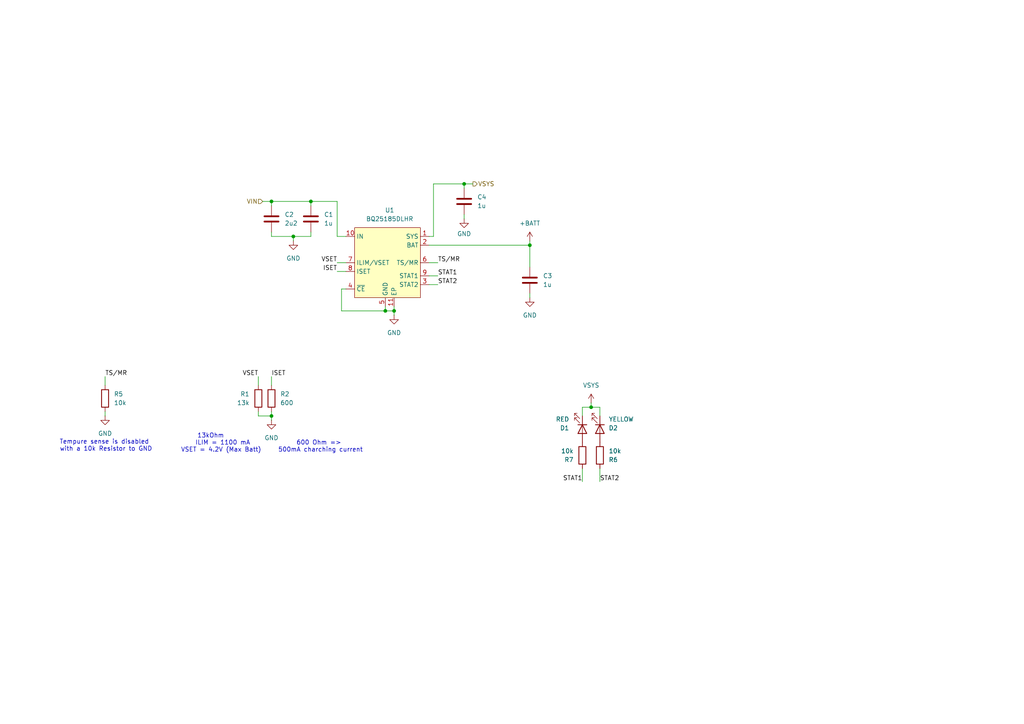
<source format=kicad_sch>
(kicad_sch
	(version 20250114)
	(generator "eeschema")
	(generator_version "9.0")
	(uuid "13779daa-048e-4e21-a6bd-fc1210324826")
	(paper "A4")
	(lib_symbols
		(symbol "Device:C"
			(pin_numbers
				(hide yes)
			)
			(pin_names
				(offset 0.254)
			)
			(exclude_from_sim no)
			(in_bom yes)
			(on_board yes)
			(property "Reference" "C"
				(at 0.635 2.54 0)
				(effects
					(font
						(size 1.27 1.27)
					)
					(justify left)
				)
			)
			(property "Value" "C"
				(at 0.635 -2.54 0)
				(effects
					(font
						(size 1.27 1.27)
					)
					(justify left)
				)
			)
			(property "Footprint" ""
				(at 0.9652 -3.81 0)
				(effects
					(font
						(size 1.27 1.27)
					)
					(hide yes)
				)
			)
			(property "Datasheet" "~"
				(at 0 0 0)
				(effects
					(font
						(size 1.27 1.27)
					)
					(hide yes)
				)
			)
			(property "Description" "Unpolarized capacitor"
				(at 0 0 0)
				(effects
					(font
						(size 1.27 1.27)
					)
					(hide yes)
				)
			)
			(property "ki_keywords" "cap capacitor"
				(at 0 0 0)
				(effects
					(font
						(size 1.27 1.27)
					)
					(hide yes)
				)
			)
			(property "ki_fp_filters" "C_*"
				(at 0 0 0)
				(effects
					(font
						(size 1.27 1.27)
					)
					(hide yes)
				)
			)
			(symbol "C_0_1"
				(polyline
					(pts
						(xy -2.032 0.762) (xy 2.032 0.762)
					)
					(stroke
						(width 0.508)
						(type default)
					)
					(fill
						(type none)
					)
				)
				(polyline
					(pts
						(xy -2.032 -0.762) (xy 2.032 -0.762)
					)
					(stroke
						(width 0.508)
						(type default)
					)
					(fill
						(type none)
					)
				)
			)
			(symbol "C_1_1"
				(pin passive line
					(at 0 3.81 270)
					(length 2.794)
					(name "~"
						(effects
							(font
								(size 1.27 1.27)
							)
						)
					)
					(number "1"
						(effects
							(font
								(size 1.27 1.27)
							)
						)
					)
				)
				(pin passive line
					(at 0 -3.81 90)
					(length 2.794)
					(name "~"
						(effects
							(font
								(size 1.27 1.27)
							)
						)
					)
					(number "2"
						(effects
							(font
								(size 1.27 1.27)
							)
						)
					)
				)
			)
			(embedded_fonts no)
		)
		(symbol "Device:LED"
			(pin_numbers
				(hide yes)
			)
			(pin_names
				(offset 1.016)
				(hide yes)
			)
			(exclude_from_sim no)
			(in_bom yes)
			(on_board yes)
			(property "Reference" "D"
				(at 0 2.54 0)
				(effects
					(font
						(size 1.27 1.27)
					)
				)
			)
			(property "Value" "LED"
				(at 0 -2.54 0)
				(effects
					(font
						(size 1.27 1.27)
					)
				)
			)
			(property "Footprint" ""
				(at 0 0 0)
				(effects
					(font
						(size 1.27 1.27)
					)
					(hide yes)
				)
			)
			(property "Datasheet" "~"
				(at 0 0 0)
				(effects
					(font
						(size 1.27 1.27)
					)
					(hide yes)
				)
			)
			(property "Description" "Light emitting diode"
				(at 0 0 0)
				(effects
					(font
						(size 1.27 1.27)
					)
					(hide yes)
				)
			)
			(property "Sim.Pins" "1=K 2=A"
				(at 0 0 0)
				(effects
					(font
						(size 1.27 1.27)
					)
					(hide yes)
				)
			)
			(property "ki_keywords" "LED diode"
				(at 0 0 0)
				(effects
					(font
						(size 1.27 1.27)
					)
					(hide yes)
				)
			)
			(property "ki_fp_filters" "LED* LED_SMD:* LED_THT:*"
				(at 0 0 0)
				(effects
					(font
						(size 1.27 1.27)
					)
					(hide yes)
				)
			)
			(symbol "LED_0_1"
				(polyline
					(pts
						(xy -3.048 -0.762) (xy -4.572 -2.286) (xy -3.81 -2.286) (xy -4.572 -2.286) (xy -4.572 -1.524)
					)
					(stroke
						(width 0)
						(type default)
					)
					(fill
						(type none)
					)
				)
				(polyline
					(pts
						(xy -1.778 -0.762) (xy -3.302 -2.286) (xy -2.54 -2.286) (xy -3.302 -2.286) (xy -3.302 -1.524)
					)
					(stroke
						(width 0)
						(type default)
					)
					(fill
						(type none)
					)
				)
				(polyline
					(pts
						(xy -1.27 0) (xy 1.27 0)
					)
					(stroke
						(width 0)
						(type default)
					)
					(fill
						(type none)
					)
				)
				(polyline
					(pts
						(xy -1.27 -1.27) (xy -1.27 1.27)
					)
					(stroke
						(width 0.254)
						(type default)
					)
					(fill
						(type none)
					)
				)
				(polyline
					(pts
						(xy 1.27 -1.27) (xy 1.27 1.27) (xy -1.27 0) (xy 1.27 -1.27)
					)
					(stroke
						(width 0.254)
						(type default)
					)
					(fill
						(type none)
					)
				)
			)
			(symbol "LED_1_1"
				(pin passive line
					(at -3.81 0 0)
					(length 2.54)
					(name "K"
						(effects
							(font
								(size 1.27 1.27)
							)
						)
					)
					(number "1"
						(effects
							(font
								(size 1.27 1.27)
							)
						)
					)
				)
				(pin passive line
					(at 3.81 0 180)
					(length 2.54)
					(name "A"
						(effects
							(font
								(size 1.27 1.27)
							)
						)
					)
					(number "2"
						(effects
							(font
								(size 1.27 1.27)
							)
						)
					)
				)
			)
			(embedded_fonts no)
		)
		(symbol "Device:R"
			(pin_numbers
				(hide yes)
			)
			(pin_names
				(offset 0)
			)
			(exclude_from_sim no)
			(in_bom yes)
			(on_board yes)
			(property "Reference" "R"
				(at 2.032 0 90)
				(effects
					(font
						(size 1.27 1.27)
					)
				)
			)
			(property "Value" "R"
				(at 0 0 90)
				(effects
					(font
						(size 1.27 1.27)
					)
				)
			)
			(property "Footprint" ""
				(at -1.778 0 90)
				(effects
					(font
						(size 1.27 1.27)
					)
					(hide yes)
				)
			)
			(property "Datasheet" "~"
				(at 0 0 0)
				(effects
					(font
						(size 1.27 1.27)
					)
					(hide yes)
				)
			)
			(property "Description" "Resistor"
				(at 0 0 0)
				(effects
					(font
						(size 1.27 1.27)
					)
					(hide yes)
				)
			)
			(property "ki_keywords" "R res resistor"
				(at 0 0 0)
				(effects
					(font
						(size 1.27 1.27)
					)
					(hide yes)
				)
			)
			(property "ki_fp_filters" "R_*"
				(at 0 0 0)
				(effects
					(font
						(size 1.27 1.27)
					)
					(hide yes)
				)
			)
			(symbol "R_0_1"
				(rectangle
					(start -1.016 -2.54)
					(end 1.016 2.54)
					(stroke
						(width 0.254)
						(type default)
					)
					(fill
						(type none)
					)
				)
			)
			(symbol "R_1_1"
				(pin passive line
					(at 0 3.81 270)
					(length 1.27)
					(name "~"
						(effects
							(font
								(size 1.27 1.27)
							)
						)
					)
					(number "1"
						(effects
							(font
								(size 1.27 1.27)
							)
						)
					)
				)
				(pin passive line
					(at 0 -3.81 90)
					(length 1.27)
					(name "~"
						(effects
							(font
								(size 1.27 1.27)
							)
						)
					)
					(number "2"
						(effects
							(font
								(size 1.27 1.27)
							)
						)
					)
				)
			)
			(embedded_fonts no)
		)
		(symbol "EasyCAD:BQ25185DLHR"
			(exclude_from_sim no)
			(in_bom yes)
			(on_board yes)
			(property "Reference" "U"
				(at 0 10.16 0)
				(effects
					(font
						(size 1.27 1.27)
					)
				)
			)
			(property "Value" "BQ25185DLHR"
				(at 0 8.382 0)
				(effects
					(font
						(size 1.27 1.27)
					)
					(hide yes)
				)
			)
			(property "Footprint" "EasyEDA:WSON-10_L2.2-W2.0-P0.40-BL-EP_TI_DLH0010A"
				(at 0 -17.78 0)
				(effects
					(font
						(size 1.27 1.27)
					)
					(hide yes)
				)
			)
			(property "Datasheet" ""
				(at 0 0 0)
				(effects
					(font
						(size 1.27 1.27)
					)
					(hide yes)
				)
			)
			(property "Description" ""
				(at 0 0 0)
				(effects
					(font
						(size 1.27 1.27)
					)
					(hide yes)
				)
			)
			(property "LCSC Part" "C19725033"
				(at 0 -20.32 0)
				(effects
					(font
						(size 1.27 1.27)
					)
					(hide yes)
				)
			)
			(symbol "BQ25185DLHR_0_1"
				(pin unspecified line
					(at -12.7 5.08 0)
					(length 2.54)
					(name "IN"
						(effects
							(font
								(size 1.27 1.27)
							)
						)
					)
					(number "10"
						(effects
							(font
								(size 1.27 1.27)
							)
						)
					)
				)
				(pin unspecified line
					(at -12.7 -2.54 0)
					(length 2.54)
					(name "ILIM/VSET"
						(effects
							(font
								(size 1.27 1.27)
							)
						)
					)
					(number "7"
						(effects
							(font
								(size 1.27 1.27)
							)
						)
					)
				)
				(pin unspecified line
					(at -12.7 -5.08 0)
					(length 2.54)
					(name "ISET"
						(effects
							(font
								(size 1.27 1.27)
							)
						)
					)
					(number "8"
						(effects
							(font
								(size 1.27 1.27)
							)
						)
					)
				)
				(pin unspecified line
					(at -12.7 -10.16 0)
					(length 2.54)
					(name "~{CE}"
						(effects
							(font
								(size 1.27 1.27)
							)
						)
					)
					(number "4"
						(effects
							(font
								(size 1.27 1.27)
							)
						)
					)
				)
				(pin unspecified line
					(at -1.27 -15.24 90)
					(length 2.54)
					(name "GND"
						(effects
							(font
								(size 1.27 1.27)
							)
						)
					)
					(number "5"
						(effects
							(font
								(size 1.27 1.27)
							)
						)
					)
				)
				(pin unspecified line
					(at 1.27 -15.24 90)
					(length 2.54)
					(name "EP"
						(effects
							(font
								(size 1.27 1.27)
							)
						)
					)
					(number "11"
						(effects
							(font
								(size 1.27 1.27)
							)
						)
					)
				)
				(pin unspecified line
					(at 11.43 5.08 180)
					(length 2.54)
					(name "SYS"
						(effects
							(font
								(size 1.27 1.27)
							)
						)
					)
					(number "1"
						(effects
							(font
								(size 1.27 1.27)
							)
						)
					)
				)
				(pin unspecified line
					(at 11.43 2.54 180)
					(length 2.54)
					(name "BAT"
						(effects
							(font
								(size 1.27 1.27)
							)
						)
					)
					(number "2"
						(effects
							(font
								(size 1.27 1.27)
							)
						)
					)
				)
				(pin unspecified line
					(at 11.43 -2.54 180)
					(length 2.54)
					(name "TS/MR"
						(effects
							(font
								(size 1.27 1.27)
							)
						)
					)
					(number "6"
						(effects
							(font
								(size 1.27 1.27)
							)
						)
					)
				)
				(pin unspecified line
					(at 11.43 -6.35 180)
					(length 2.54)
					(name "STAT1"
						(effects
							(font
								(size 1.27 1.27)
							)
						)
					)
					(number "9"
						(effects
							(font
								(size 1.27 1.27)
							)
						)
					)
				)
				(pin unspecified line
					(at 11.43 -8.89 180)
					(length 2.54)
					(name "STAT2"
						(effects
							(font
								(size 1.27 1.27)
							)
						)
					)
					(number "3"
						(effects
							(font
								(size 1.27 1.27)
							)
						)
					)
				)
			)
			(symbol "BQ25185DLHR_1_1"
				(rectangle
					(start -10.16 7.62)
					(end 8.89 -12.7)
					(stroke
						(width 0)
						(type solid)
					)
					(fill
						(type background)
					)
				)
			)
			(embedded_fonts no)
		)
		(symbol "power:+BATT"
			(power)
			(pin_numbers
				(hide yes)
			)
			(pin_names
				(offset 0)
				(hide yes)
			)
			(exclude_from_sim no)
			(in_bom yes)
			(on_board yes)
			(property "Reference" "#PWR"
				(at 0 -3.81 0)
				(effects
					(font
						(size 1.27 1.27)
					)
					(hide yes)
				)
			)
			(property "Value" "+BATT"
				(at 0 3.556 0)
				(effects
					(font
						(size 1.27 1.27)
					)
				)
			)
			(property "Footprint" ""
				(at 0 0 0)
				(effects
					(font
						(size 1.27 1.27)
					)
					(hide yes)
				)
			)
			(property "Datasheet" ""
				(at 0 0 0)
				(effects
					(font
						(size 1.27 1.27)
					)
					(hide yes)
				)
			)
			(property "Description" "Power symbol creates a global label with name \"+BATT\""
				(at 0 0 0)
				(effects
					(font
						(size 1.27 1.27)
					)
					(hide yes)
				)
			)
			(property "ki_keywords" "global power battery"
				(at 0 0 0)
				(effects
					(font
						(size 1.27 1.27)
					)
					(hide yes)
				)
			)
			(symbol "+BATT_0_1"
				(polyline
					(pts
						(xy -0.762 1.27) (xy 0 2.54)
					)
					(stroke
						(width 0)
						(type default)
					)
					(fill
						(type none)
					)
				)
				(polyline
					(pts
						(xy 0 2.54) (xy 0.762 1.27)
					)
					(stroke
						(width 0)
						(type default)
					)
					(fill
						(type none)
					)
				)
				(polyline
					(pts
						(xy 0 0) (xy 0 2.54)
					)
					(stroke
						(width 0)
						(type default)
					)
					(fill
						(type none)
					)
				)
			)
			(symbol "+BATT_1_1"
				(pin power_in line
					(at 0 0 90)
					(length 0)
					(name "~"
						(effects
							(font
								(size 1.27 1.27)
							)
						)
					)
					(number "1"
						(effects
							(font
								(size 1.27 1.27)
							)
						)
					)
				)
			)
			(embedded_fonts no)
		)
		(symbol "power:GND"
			(power)
			(pin_numbers
				(hide yes)
			)
			(pin_names
				(offset 0)
				(hide yes)
			)
			(exclude_from_sim no)
			(in_bom yes)
			(on_board yes)
			(property "Reference" "#PWR"
				(at 0 -6.35 0)
				(effects
					(font
						(size 1.27 1.27)
					)
					(hide yes)
				)
			)
			(property "Value" "GND"
				(at 0 -3.81 0)
				(effects
					(font
						(size 1.27 1.27)
					)
				)
			)
			(property "Footprint" ""
				(at 0 0 0)
				(effects
					(font
						(size 1.27 1.27)
					)
					(hide yes)
				)
			)
			(property "Datasheet" ""
				(at 0 0 0)
				(effects
					(font
						(size 1.27 1.27)
					)
					(hide yes)
				)
			)
			(property "Description" "Power symbol creates a global label with name \"GND\" , ground"
				(at 0 0 0)
				(effects
					(font
						(size 1.27 1.27)
					)
					(hide yes)
				)
			)
			(property "ki_keywords" "global power"
				(at 0 0 0)
				(effects
					(font
						(size 1.27 1.27)
					)
					(hide yes)
				)
			)
			(symbol "GND_0_1"
				(polyline
					(pts
						(xy 0 0) (xy 0 -1.27) (xy 1.27 -1.27) (xy 0 -2.54) (xy -1.27 -1.27) (xy 0 -1.27)
					)
					(stroke
						(width 0)
						(type default)
					)
					(fill
						(type none)
					)
				)
			)
			(symbol "GND_1_1"
				(pin power_in line
					(at 0 0 270)
					(length 0)
					(name "~"
						(effects
							(font
								(size 1.27 1.27)
							)
						)
					)
					(number "1"
						(effects
							(font
								(size 1.27 1.27)
							)
						)
					)
				)
			)
			(embedded_fonts no)
		)
		(symbol "power:VBUS"
			(power)
			(pin_numbers
				(hide yes)
			)
			(pin_names
				(offset 0)
				(hide yes)
			)
			(exclude_from_sim no)
			(in_bom yes)
			(on_board yes)
			(property "Reference" "#PWR"
				(at 0 -3.81 0)
				(effects
					(font
						(size 1.27 1.27)
					)
					(hide yes)
				)
			)
			(property "Value" "VBUS"
				(at 0 3.556 0)
				(effects
					(font
						(size 1.27 1.27)
					)
				)
			)
			(property "Footprint" ""
				(at 0 0 0)
				(effects
					(font
						(size 1.27 1.27)
					)
					(hide yes)
				)
			)
			(property "Datasheet" ""
				(at 0 0 0)
				(effects
					(font
						(size 1.27 1.27)
					)
					(hide yes)
				)
			)
			(property "Description" "Power symbol creates a global label with name \"VBUS\""
				(at 0 0 0)
				(effects
					(font
						(size 1.27 1.27)
					)
					(hide yes)
				)
			)
			(property "ki_keywords" "global power"
				(at 0 0 0)
				(effects
					(font
						(size 1.27 1.27)
					)
					(hide yes)
				)
			)
			(symbol "VBUS_0_1"
				(polyline
					(pts
						(xy -0.762 1.27) (xy 0 2.54)
					)
					(stroke
						(width 0)
						(type default)
					)
					(fill
						(type none)
					)
				)
				(polyline
					(pts
						(xy 0 2.54) (xy 0.762 1.27)
					)
					(stroke
						(width 0)
						(type default)
					)
					(fill
						(type none)
					)
				)
				(polyline
					(pts
						(xy 0 0) (xy 0 2.54)
					)
					(stroke
						(width 0)
						(type default)
					)
					(fill
						(type none)
					)
				)
			)
			(symbol "VBUS_1_1"
				(pin power_in line
					(at 0 0 90)
					(length 0)
					(name "~"
						(effects
							(font
								(size 1.27 1.27)
							)
						)
					)
					(number "1"
						(effects
							(font
								(size 1.27 1.27)
							)
						)
					)
				)
			)
			(embedded_fonts no)
		)
	)
	(text "600 Ohm => \n500mA charching current\n"
		(exclude_from_sim no)
		(at 92.964 129.54 0)
		(effects
			(font
				(size 1.27 1.27)
			)
		)
		(uuid "1c25d869-f52d-4710-a24c-6ac9b9d167af")
	)
	(text "13kOhm 	\n	ILIM = 1100 mA\n	VSET = 4.2V (Max Batt) "
		(exclude_from_sim no)
		(at 62.23 128.524 0)
		(effects
			(font
				(size 1.27 1.27)
			)
		)
		(uuid "a4b1ab48-450c-472e-9be0-d29ef0ea4c9b")
	)
	(text "Tempure sense is disabled \nwith a 10k Resistor to GND\n"
		(exclude_from_sim no)
		(at 30.734 129.286 0)
		(effects
			(font
				(size 1.27 1.27)
			)
		)
		(uuid "b35aeafc-091e-40ef-a48a-7afdb87a49cc")
	)
	(junction
		(at 153.67 71.12)
		(diameter 0)
		(color 0 0 0 0)
		(uuid "1c0bf6f8-1535-494f-9b04-dd16248b81f0")
	)
	(junction
		(at 78.74 58.42)
		(diameter 0)
		(color 0 0 0 0)
		(uuid "29fbe334-5cd7-4371-a4d9-9e860a6e584b")
	)
	(junction
		(at 171.45 118.11)
		(diameter 0)
		(color 0 0 0 0)
		(uuid "49dd7146-c3ba-426c-91da-d06c83a6b930")
	)
	(junction
		(at 90.17 58.42)
		(diameter 0)
		(color 0 0 0 0)
		(uuid "4cee2938-6897-4ca7-91f6-4f375c9055d2")
	)
	(junction
		(at 85.09 68.58)
		(diameter 0)
		(color 0 0 0 0)
		(uuid "5532ef12-991b-4b4a-9b86-bae641347686")
	)
	(junction
		(at 114.3 90.17)
		(diameter 0)
		(color 0 0 0 0)
		(uuid "7fa7ad0e-35fc-4e71-a5b4-af508c85e0ed")
	)
	(junction
		(at 134.62 53.34)
		(diameter 0)
		(color 0 0 0 0)
		(uuid "ad8184b2-94c2-4bdc-afbf-8a5e1a811d83")
	)
	(junction
		(at 111.76 90.17)
		(diameter 0)
		(color 0 0 0 0)
		(uuid "ae08269d-7935-4123-b1ac-255603f22c48")
	)
	(junction
		(at 78.74 120.65)
		(diameter 0)
		(color 0 0 0 0)
		(uuid "b4fc93bb-987b-42b9-b6dc-15aababee2c7")
	)
	(wire
		(pts
			(xy 78.74 120.65) (xy 78.74 121.92)
		)
		(stroke
			(width 0)
			(type default)
		)
		(uuid "09553a68-892b-435a-a1aa-6556c9f740c6")
	)
	(wire
		(pts
			(xy 78.74 58.42) (xy 90.17 58.42)
		)
		(stroke
			(width 0)
			(type default)
		)
		(uuid "0bce39c6-7d5d-4939-9571-360b317a8b50")
	)
	(wire
		(pts
			(xy 30.48 109.22) (xy 30.48 111.76)
		)
		(stroke
			(width 0)
			(type default)
		)
		(uuid "17aeebb0-95d3-4c48-bba6-f331985a5fa4")
	)
	(wire
		(pts
			(xy 97.79 58.42) (xy 97.79 68.58)
		)
		(stroke
			(width 0)
			(type default)
		)
		(uuid "19844173-e094-45b0-b05c-6da6c01390a5")
	)
	(wire
		(pts
			(xy 97.79 76.2) (xy 100.33 76.2)
		)
		(stroke
			(width 0)
			(type default)
		)
		(uuid "2201ff0d-3d5f-4a60-b009-e7eb4e31f8cc")
	)
	(wire
		(pts
			(xy 171.45 118.11) (xy 173.99 118.11)
		)
		(stroke
			(width 0)
			(type default)
		)
		(uuid "243a26b5-e808-44f0-aac3-531d4ca4792b")
	)
	(wire
		(pts
			(xy 78.74 109.22) (xy 78.74 111.76)
		)
		(stroke
			(width 0)
			(type default)
		)
		(uuid "2727e03d-a75c-4b56-801c-0489d49ce797")
	)
	(wire
		(pts
			(xy 74.93 119.38) (xy 74.93 120.65)
		)
		(stroke
			(width 0)
			(type default)
		)
		(uuid "30001a5b-b69a-4b76-bdfe-8c2c097245a4")
	)
	(wire
		(pts
			(xy 97.79 78.74) (xy 100.33 78.74)
		)
		(stroke
			(width 0)
			(type default)
		)
		(uuid "4c62b4c7-18fc-482b-bf81-863e5bc5a45b")
	)
	(wire
		(pts
			(xy 78.74 67.31) (xy 78.74 68.58)
		)
		(stroke
			(width 0)
			(type default)
		)
		(uuid "5485fef5-5fae-459b-9355-a0a414e4b581")
	)
	(wire
		(pts
			(xy 90.17 68.58) (xy 85.09 68.58)
		)
		(stroke
			(width 0)
			(type default)
		)
		(uuid "56a3d46b-f4d3-4323-be9b-d9bc3f45c45b")
	)
	(wire
		(pts
			(xy 99.06 83.82) (xy 99.06 90.17)
		)
		(stroke
			(width 0)
			(type default)
		)
		(uuid "61e41073-1733-4f45-8e76-21e6c9f18001")
	)
	(wire
		(pts
			(xy 168.91 118.11) (xy 168.91 120.65)
		)
		(stroke
			(width 0)
			(type default)
		)
		(uuid "63999f53-4613-41bb-b298-8e7e1e55b0bb")
	)
	(wire
		(pts
			(xy 171.45 118.11) (xy 171.45 116.84)
		)
		(stroke
			(width 0)
			(type default)
		)
		(uuid "63adf0bc-5c23-46c5-a5f1-9bbe9fe41c43")
	)
	(wire
		(pts
			(xy 134.62 53.34) (xy 125.73 53.34)
		)
		(stroke
			(width 0)
			(type default)
		)
		(uuid "644b052b-8460-47b3-969e-e59e0c7b04de")
	)
	(wire
		(pts
			(xy 137.16 53.34) (xy 134.62 53.34)
		)
		(stroke
			(width 0)
			(type default)
		)
		(uuid "6861f9ad-dafd-4579-8673-5e35fd17e6b1")
	)
	(wire
		(pts
			(xy 124.46 68.58) (xy 125.73 68.58)
		)
		(stroke
			(width 0)
			(type default)
		)
		(uuid "68c0dd84-405a-44b9-914d-c5075d2d5675")
	)
	(wire
		(pts
			(xy 153.67 71.12) (xy 153.67 77.47)
		)
		(stroke
			(width 0)
			(type default)
		)
		(uuid "708c8de9-3300-4e02-b4f3-3e77fb10985a")
	)
	(wire
		(pts
			(xy 134.62 54.61) (xy 134.62 53.34)
		)
		(stroke
			(width 0)
			(type default)
		)
		(uuid "73961b00-498b-49d0-b6b4-c9d3583455f2")
	)
	(wire
		(pts
			(xy 173.99 135.89) (xy 173.99 139.7)
		)
		(stroke
			(width 0)
			(type default)
		)
		(uuid "7599b7fd-e9bc-4e05-abcf-6ebf72515b9e")
	)
	(wire
		(pts
			(xy 153.67 86.36) (xy 153.67 85.09)
		)
		(stroke
			(width 0)
			(type default)
		)
		(uuid "80aaa36e-9e57-4a65-b8b8-19e9599a0204")
	)
	(wire
		(pts
			(xy 74.93 120.65) (xy 78.74 120.65)
		)
		(stroke
			(width 0)
			(type default)
		)
		(uuid "83394744-b903-4af4-a6ee-fd63d2c7baf6")
	)
	(wire
		(pts
			(xy 97.79 68.58) (xy 100.33 68.58)
		)
		(stroke
			(width 0)
			(type default)
		)
		(uuid "843687e6-8490-4246-bc62-b5933f7cc083")
	)
	(wire
		(pts
			(xy 171.45 118.11) (xy 168.91 118.11)
		)
		(stroke
			(width 0)
			(type default)
		)
		(uuid "88f1945d-e664-4e26-9baf-90cb1bdbc18a")
	)
	(wire
		(pts
			(xy 100.33 83.82) (xy 99.06 83.82)
		)
		(stroke
			(width 0)
			(type default)
		)
		(uuid "8a08a756-0ea6-419a-b5d1-044670abc8bc")
	)
	(wire
		(pts
			(xy 124.46 80.01) (xy 127 80.01)
		)
		(stroke
			(width 0)
			(type default)
		)
		(uuid "8f0d7e43-cb5b-4317-8e9f-5587fa9b960d")
	)
	(wire
		(pts
			(xy 111.76 90.17) (xy 114.3 90.17)
		)
		(stroke
			(width 0)
			(type default)
		)
		(uuid "909eca56-d981-4c34-b931-e205dece2ab7")
	)
	(wire
		(pts
			(xy 90.17 58.42) (xy 90.17 59.69)
		)
		(stroke
			(width 0)
			(type default)
		)
		(uuid "961c762b-620c-4722-aa5f-61c40f09a487")
	)
	(wire
		(pts
			(xy 76.2 58.42) (xy 78.74 58.42)
		)
		(stroke
			(width 0)
			(type default)
		)
		(uuid "98bc05ef-1d59-4c0a-a08d-bc4596a15669")
	)
	(wire
		(pts
			(xy 153.67 69.85) (xy 153.67 71.12)
		)
		(stroke
			(width 0)
			(type default)
		)
		(uuid "99e50cd7-d5cc-4285-a16d-c50ee8f5b03b")
	)
	(wire
		(pts
			(xy 78.74 59.69) (xy 78.74 58.42)
		)
		(stroke
			(width 0)
			(type default)
		)
		(uuid "9db26fc1-3f1d-49fb-97d8-e59e3cdb7cc2")
	)
	(wire
		(pts
			(xy 124.46 82.55) (xy 127 82.55)
		)
		(stroke
			(width 0)
			(type default)
		)
		(uuid "a164c4d7-ca7b-4fe9-a911-596295a5537c")
	)
	(wire
		(pts
			(xy 78.74 119.38) (xy 78.74 120.65)
		)
		(stroke
			(width 0)
			(type default)
		)
		(uuid "addc320f-daac-4a84-b873-2414d9e809e6")
	)
	(wire
		(pts
			(xy 124.46 76.2) (xy 127 76.2)
		)
		(stroke
			(width 0)
			(type default)
		)
		(uuid "aeff576a-d9bc-4c5c-a4ae-01b994c872a9")
	)
	(wire
		(pts
			(xy 124.46 71.12) (xy 153.67 71.12)
		)
		(stroke
			(width 0)
			(type default)
		)
		(uuid "b333bd62-ce00-44c9-b07d-cc6c8ad8b96b")
	)
	(wire
		(pts
			(xy 114.3 90.17) (xy 114.3 91.44)
		)
		(stroke
			(width 0)
			(type default)
		)
		(uuid "b5572746-d5f4-4a3a-8b32-e48bb583a032")
	)
	(wire
		(pts
			(xy 168.91 135.89) (xy 168.91 139.7)
		)
		(stroke
			(width 0)
			(type default)
		)
		(uuid "b849aa15-e081-49b1-9193-85b8355e71ec")
	)
	(wire
		(pts
			(xy 111.76 88.9) (xy 111.76 90.17)
		)
		(stroke
			(width 0)
			(type default)
		)
		(uuid "ba82eb57-17f0-4376-abb1-8ae226deef96")
	)
	(wire
		(pts
			(xy 173.99 118.11) (xy 173.99 120.65)
		)
		(stroke
			(width 0)
			(type default)
		)
		(uuid "be3b4063-b2cd-4001-89b0-2f24e523800c")
	)
	(wire
		(pts
			(xy 134.62 62.23) (xy 134.62 63.5)
		)
		(stroke
			(width 0)
			(type default)
		)
		(uuid "c0fc22bc-f564-4da1-8876-3eb85ec9d727")
	)
	(wire
		(pts
			(xy 90.17 58.42) (xy 97.79 58.42)
		)
		(stroke
			(width 0)
			(type default)
		)
		(uuid "c65215fb-e833-40e0-9d3b-3fc2874bbfb7")
	)
	(wire
		(pts
			(xy 90.17 67.31) (xy 90.17 68.58)
		)
		(stroke
			(width 0)
			(type default)
		)
		(uuid "c8d4a624-e267-444b-b128-4807a5867f92")
	)
	(wire
		(pts
			(xy 99.06 90.17) (xy 111.76 90.17)
		)
		(stroke
			(width 0)
			(type default)
		)
		(uuid "daf32229-75ea-4558-8789-2863a53c2461")
	)
	(wire
		(pts
			(xy 125.73 68.58) (xy 125.73 53.34)
		)
		(stroke
			(width 0)
			(type default)
		)
		(uuid "db188a1f-1106-43b5-be10-3db248280b37")
	)
	(wire
		(pts
			(xy 114.3 88.9) (xy 114.3 90.17)
		)
		(stroke
			(width 0)
			(type default)
		)
		(uuid "db30f350-58d3-4d57-86ac-0a1fe8376045")
	)
	(wire
		(pts
			(xy 30.48 120.65) (xy 30.48 119.38)
		)
		(stroke
			(width 0)
			(type default)
		)
		(uuid "dc61fe80-3a4c-41e7-9bac-a132f98821a5")
	)
	(wire
		(pts
			(xy 85.09 68.58) (xy 85.09 69.85)
		)
		(stroke
			(width 0)
			(type default)
		)
		(uuid "e732f226-61bc-4c12-96c1-50615eb3db72")
	)
	(wire
		(pts
			(xy 74.93 109.22) (xy 74.93 111.76)
		)
		(stroke
			(width 0)
			(type default)
		)
		(uuid "e8efff89-9457-4c6f-829c-7eb432cc12cd")
	)
	(wire
		(pts
			(xy 78.74 68.58) (xy 85.09 68.58)
		)
		(stroke
			(width 0)
			(type default)
		)
		(uuid "f795a605-0849-4c8d-96a1-b9abceb0c442")
	)
	(label "VSET"
		(at 74.93 109.22 180)
		(effects
			(font
				(size 1.27 1.27)
			)
			(justify right bottom)
		)
		(uuid "00ae6bad-fe57-4bb1-9013-ad92c1f8af7d")
	)
	(label "TS{slash}MR"
		(at 30.48 109.22 0)
		(effects
			(font
				(size 1.27 1.27)
			)
			(justify left bottom)
		)
		(uuid "0d4cef7a-8e96-49eb-ba3a-3f00b77c8700")
	)
	(label "TS{slash}MR"
		(at 127 76.2 0)
		(effects
			(font
				(size 1.27 1.27)
			)
			(justify left bottom)
		)
		(uuid "2882bd41-4df4-4f43-95cc-a8a013b1cdfe")
	)
	(label "STAT2"
		(at 127 82.55 0)
		(effects
			(font
				(size 1.27 1.27)
			)
			(justify left bottom)
		)
		(uuid "2df2bcf6-b64b-40f7-8a91-a25216d9570d")
	)
	(label "VSET"
		(at 97.79 76.2 180)
		(effects
			(font
				(size 1.27 1.27)
			)
			(justify right bottom)
		)
		(uuid "347a4a44-b859-4608-82fd-1addc3a3c5be")
	)
	(label "STAT1"
		(at 127 80.01 0)
		(effects
			(font
				(size 1.27 1.27)
			)
			(justify left bottom)
		)
		(uuid "68bf0625-62ca-4879-836d-a6a3c6925373")
	)
	(label "ISET"
		(at 97.79 78.74 180)
		(effects
			(font
				(size 1.27 1.27)
			)
			(justify right bottom)
		)
		(uuid "93af45ed-d095-4c82-b11f-e75e5b527812")
	)
	(label "STAT1"
		(at 168.91 139.7 180)
		(effects
			(font
				(size 1.27 1.27)
			)
			(justify right bottom)
		)
		(uuid "a3de4b1f-d4cb-4632-8be4-9b0c4ea8d4fb")
	)
	(label "ISET"
		(at 78.74 109.22 0)
		(effects
			(font
				(size 1.27 1.27)
			)
			(justify left bottom)
		)
		(uuid "ab01d945-875c-4e6f-b24b-6964b2b62a8d")
	)
	(label "STAT2"
		(at 173.99 139.7 0)
		(effects
			(font
				(size 1.27 1.27)
			)
			(justify left bottom)
		)
		(uuid "f28d0e5e-c616-43a3-9fc3-7849aaa47013")
	)
	(hierarchical_label "VSYS"
		(shape output)
		(at 137.16 53.34 0)
		(effects
			(font
				(size 1.27 1.27)
			)
			(justify left)
		)
		(uuid "5467a427-f1c1-48f6-a8fd-dead6d941bd6")
	)
	(hierarchical_label "VIN"
		(shape input)
		(at 76.2 58.42 180)
		(effects
			(font
				(size 1.27 1.27)
			)
			(justify right)
		)
		(uuid "5467a427-f1c1-48f6-a8fd-dead6d941bd6")
	)
	(symbol
		(lib_id "power:GND")
		(at 114.3 91.44 0)
		(unit 1)
		(exclude_from_sim no)
		(in_bom yes)
		(on_board yes)
		(dnp no)
		(fields_autoplaced yes)
		(uuid "0ad91ec6-9372-4c64-867e-c564447fb343")
		(property "Reference" "#PWR04"
			(at 114.3 97.79 0)
			(effects
				(font
					(size 1.27 1.27)
				)
				(hide yes)
			)
		)
		(property "Value" "GND"
			(at 114.3 96.52 0)
			(effects
				(font
					(size 1.27 1.27)
				)
			)
		)
		(property "Footprint" ""
			(at 114.3 91.44 0)
			(effects
				(font
					(size 1.27 1.27)
				)
				(hide yes)
			)
		)
		(property "Datasheet" ""
			(at 114.3 91.44 0)
			(effects
				(font
					(size 1.27 1.27)
				)
				(hide yes)
			)
		)
		(property "Description" "Power symbol creates a global label with name \"GND\" , ground"
			(at 114.3 91.44 0)
			(effects
				(font
					(size 1.27 1.27)
				)
				(hide yes)
			)
		)
		(pin "1"
			(uuid "bd5542bc-8b5a-4279-8ed9-770b016bcbb5")
		)
		(instances
			(project "SolarLader"
				(path "/4d96debf-6dbb-4e0b-8758-e6ff5fe4f331/0c99579c-13c9-4c75-aae4-18c87cc37cec"
					(reference "#PWR04")
					(unit 1)
				)
			)
		)
	)
	(symbol
		(lib_id "Device:C")
		(at 153.67 81.28 0)
		(unit 1)
		(exclude_from_sim no)
		(in_bom yes)
		(on_board yes)
		(dnp no)
		(fields_autoplaced yes)
		(uuid "12caa031-d2b6-4bd5-96ca-31e11448ac47")
		(property "Reference" "C3"
			(at 157.48 80.0099 0)
			(effects
				(font
					(size 1.27 1.27)
				)
				(justify left)
			)
		)
		(property "Value" "1u"
			(at 157.48 82.5499 0)
			(effects
				(font
					(size 1.27 1.27)
				)
				(justify left)
			)
		)
		(property "Footprint" "Button_Switch_SMD:SW_SPST_Omron_B3FS-105xP"
			(at 154.6352 85.09 0)
			(effects
				(font
					(size 1.27 1.27)
				)
				(hide yes)
			)
		)
		(property "Datasheet" "~"
			(at 153.67 81.28 0)
			(effects
				(font
					(size 1.27 1.27)
				)
				(hide yes)
			)
		)
		(property "Description" "Unpolarized capacitor"
			(at 153.67 81.28 0)
			(effects
				(font
					(size 1.27 1.27)
				)
				(hide yes)
			)
		)
		(pin "2"
			(uuid "ff73ed5d-3cf0-4221-a6b0-2cc89fc0fe6c")
		)
		(pin "1"
			(uuid "940d1dcf-db8c-436f-95b3-aeec873767a3")
		)
		(instances
			(project "SolarLader"
				(path "/4d96debf-6dbb-4e0b-8758-e6ff5fe4f331/0c99579c-13c9-4c75-aae4-18c87cc37cec"
					(reference "C3")
					(unit 1)
				)
			)
		)
	)
	(symbol
		(lib_id "Device:LED")
		(at 173.99 124.46 270)
		(unit 1)
		(exclude_from_sim no)
		(in_bom yes)
		(on_board yes)
		(dnp no)
		(fields_autoplaced yes)
		(uuid "161d3b62-ad6d-4408-afa4-a8e3c334b3fa")
		(property "Reference" "D2"
			(at 176.53 124.1426 90)
			(effects
				(font
					(size 1.27 1.27)
				)
				(justify left)
			)
		)
		(property "Value" "YELLOW"
			(at 176.53 121.6026 90)
			(effects
				(font
					(size 1.27 1.27)
				)
				(justify left)
			)
		)
		(property "Footprint" "LED_SMD:LED_0603_1608Metric"
			(at 173.99 124.46 0)
			(effects
				(font
					(size 1.27 1.27)
				)
				(hide yes)
			)
		)
		(property "Datasheet" "~"
			(at 173.99 124.46 0)
			(effects
				(font
					(size 1.27 1.27)
				)
				(hide yes)
			)
		)
		(property "Description" "Light emitting diode"
			(at 173.99 124.46 0)
			(effects
				(font
					(size 1.27 1.27)
				)
				(hide yes)
			)
		)
		(property "Sim.Pins" "1=K 2=A"
			(at 173.99 124.46 0)
			(effects
				(font
					(size 1.27 1.27)
				)
				(hide yes)
			)
		)
		(pin "1"
			(uuid "0c49cb09-71e1-4bf3-b4be-798a17c99788")
		)
		(pin "2"
			(uuid "4fbfbc39-f309-469e-8858-33da940b1900")
		)
		(instances
			(project "SolarLader"
				(path "/4d96debf-6dbb-4e0b-8758-e6ff5fe4f331/0c99579c-13c9-4c75-aae4-18c87cc37cec"
					(reference "D2")
					(unit 1)
				)
			)
		)
	)
	(symbol
		(lib_id "Device:R")
		(at 74.93 115.57 0)
		(unit 1)
		(exclude_from_sim no)
		(in_bom yes)
		(on_board yes)
		(dnp no)
		(fields_autoplaced yes)
		(uuid "18f1b612-8f55-4551-a84b-062db44295f9")
		(property "Reference" "R1"
			(at 72.39 114.2999 0)
			(effects
				(font
					(size 1.27 1.27)
				)
				(justify right)
			)
		)
		(property "Value" "13k"
			(at 72.39 116.8399 0)
			(effects
				(font
					(size 1.27 1.27)
				)
				(justify right)
			)
		)
		(property "Footprint" ""
			(at 73.152 115.57 90)
			(effects
				(font
					(size 1.27 1.27)
				)
				(hide yes)
			)
		)
		(property "Datasheet" "~"
			(at 74.93 115.57 0)
			(effects
				(font
					(size 1.27 1.27)
				)
				(hide yes)
			)
		)
		(property "Description" "Resistor"
			(at 74.93 115.57 0)
			(effects
				(font
					(size 1.27 1.27)
				)
				(hide yes)
			)
		)
		(pin "1"
			(uuid "77bda857-0847-4158-9165-298290f4a985")
		)
		(pin "2"
			(uuid "f8bef484-5452-4c72-96a9-1b760b1b105f")
		)
		(instances
			(project "SolarLader"
				(path "/4d96debf-6dbb-4e0b-8758-e6ff5fe4f331/0c99579c-13c9-4c75-aae4-18c87cc37cec"
					(reference "R1")
					(unit 1)
				)
			)
		)
	)
	(symbol
		(lib_id "Device:R")
		(at 30.48 115.57 0)
		(unit 1)
		(exclude_from_sim no)
		(in_bom yes)
		(on_board yes)
		(dnp no)
		(fields_autoplaced yes)
		(uuid "26e2da5c-f84f-49b5-b030-0a17c776e568")
		(property "Reference" "R5"
			(at 33.02 114.2999 0)
			(effects
				(font
					(size 1.27 1.27)
				)
				(justify left)
			)
		)
		(property "Value" "10k"
			(at 33.02 116.8399 0)
			(effects
				(font
					(size 1.27 1.27)
				)
				(justify left)
			)
		)
		(property "Footprint" ""
			(at 28.702 115.57 90)
			(effects
				(font
					(size 1.27 1.27)
				)
				(hide yes)
			)
		)
		(property "Datasheet" "~"
			(at 30.48 115.57 0)
			(effects
				(font
					(size 1.27 1.27)
				)
				(hide yes)
			)
		)
		(property "Description" "Resistor"
			(at 30.48 115.57 0)
			(effects
				(font
					(size 1.27 1.27)
				)
				(hide yes)
			)
		)
		(pin "1"
			(uuid "652c4965-588b-496c-8553-5c4e5eeff09b")
		)
		(pin "2"
			(uuid "828b8eb4-acb8-44c0-9cf7-5ad730e1f591")
		)
		(instances
			(project "SolarLader"
				(path "/4d96debf-6dbb-4e0b-8758-e6ff5fe4f331/0c99579c-13c9-4c75-aae4-18c87cc37cec"
					(reference "R5")
					(unit 1)
				)
			)
		)
	)
	(symbol
		(lib_id "power:GND")
		(at 153.67 86.36 0)
		(unit 1)
		(exclude_from_sim no)
		(in_bom yes)
		(on_board yes)
		(dnp no)
		(fields_autoplaced yes)
		(uuid "2cd13475-a87e-46c2-938b-d56b44baf64b")
		(property "Reference" "#PWR08"
			(at 153.67 92.71 0)
			(effects
				(font
					(size 1.27 1.27)
				)
				(hide yes)
			)
		)
		(property "Value" "GND"
			(at 153.67 91.44 0)
			(effects
				(font
					(size 1.27 1.27)
				)
			)
		)
		(property "Footprint" ""
			(at 153.67 86.36 0)
			(effects
				(font
					(size 1.27 1.27)
				)
				(hide yes)
			)
		)
		(property "Datasheet" ""
			(at 153.67 86.36 0)
			(effects
				(font
					(size 1.27 1.27)
				)
				(hide yes)
			)
		)
		(property "Description" "Power symbol creates a global label with name \"GND\" , ground"
			(at 153.67 86.36 0)
			(effects
				(font
					(size 1.27 1.27)
				)
				(hide yes)
			)
		)
		(pin "1"
			(uuid "84c33a60-2f3f-4302-b8d3-800362d3ba67")
		)
		(instances
			(project "SolarLader"
				(path "/4d96debf-6dbb-4e0b-8758-e6ff5fe4f331/0c99579c-13c9-4c75-aae4-18c87cc37cec"
					(reference "#PWR08")
					(unit 1)
				)
			)
		)
	)
	(symbol
		(lib_id "power:VBUS")
		(at 171.45 116.84 0)
		(unit 1)
		(exclude_from_sim no)
		(in_bom yes)
		(on_board yes)
		(dnp no)
		(fields_autoplaced yes)
		(uuid "47cd71bb-fe63-402c-9619-fb700d2104a9")
		(property "Reference" "#PWR017"
			(at 171.45 120.65 0)
			(effects
				(font
					(size 1.27 1.27)
				)
				(hide yes)
			)
		)
		(property "Value" "VSYS"
			(at 171.45 111.76 0)
			(effects
				(font
					(size 1.27 1.27)
				)
			)
		)
		(property "Footprint" ""
			(at 171.45 116.84 0)
			(effects
				(font
					(size 1.27 1.27)
				)
				(hide yes)
			)
		)
		(property "Datasheet" ""
			(at 171.45 116.84 0)
			(effects
				(font
					(size 1.27 1.27)
				)
				(hide yes)
			)
		)
		(property "Description" "Power symbol creates a global label with name \"VBUS\""
			(at 171.45 116.84 0)
			(effects
				(font
					(size 1.27 1.27)
				)
				(hide yes)
			)
		)
		(pin "1"
			(uuid "cdf2fe4f-b24b-4da6-8cc7-117c39a8484b")
		)
		(instances
			(project "SolarLader"
				(path "/4d96debf-6dbb-4e0b-8758-e6ff5fe4f331/0c99579c-13c9-4c75-aae4-18c87cc37cec"
					(reference "#PWR017")
					(unit 1)
				)
			)
		)
	)
	(symbol
		(lib_id "power:GND")
		(at 85.09 69.85 0)
		(unit 1)
		(exclude_from_sim no)
		(in_bom yes)
		(on_board yes)
		(dnp no)
		(fields_autoplaced yes)
		(uuid "86e222be-8a4e-45e2-8b12-3a8438e6a73b")
		(property "Reference" "#PWR07"
			(at 85.09 76.2 0)
			(effects
				(font
					(size 1.27 1.27)
				)
				(hide yes)
			)
		)
		(property "Value" "GND"
			(at 85.09 74.93 0)
			(effects
				(font
					(size 1.27 1.27)
				)
			)
		)
		(property "Footprint" ""
			(at 85.09 69.85 0)
			(effects
				(font
					(size 1.27 1.27)
				)
				(hide yes)
			)
		)
		(property "Datasheet" ""
			(at 85.09 69.85 0)
			(effects
				(font
					(size 1.27 1.27)
				)
				(hide yes)
			)
		)
		(property "Description" "Power symbol creates a global label with name \"GND\" , ground"
			(at 85.09 69.85 0)
			(effects
				(font
					(size 1.27 1.27)
				)
				(hide yes)
			)
		)
		(pin "1"
			(uuid "437ebc91-e959-4811-bdd7-3c28db9eeb9a")
		)
		(instances
			(project "SolarLader"
				(path "/4d96debf-6dbb-4e0b-8758-e6ff5fe4f331/0c99579c-13c9-4c75-aae4-18c87cc37cec"
					(reference "#PWR07")
					(unit 1)
				)
			)
		)
	)
	(symbol
		(lib_id "Device:R")
		(at 78.74 115.57 0)
		(unit 1)
		(exclude_from_sim no)
		(in_bom yes)
		(on_board yes)
		(dnp no)
		(fields_autoplaced yes)
		(uuid "86f4ac6f-f402-489f-b879-d43e0a8c74b4")
		(property "Reference" "R2"
			(at 81.28 114.2999 0)
			(effects
				(font
					(size 1.27 1.27)
				)
				(justify left)
			)
		)
		(property "Value" "600"
			(at 81.28 116.8399 0)
			(effects
				(font
					(size 1.27 1.27)
				)
				(justify left)
			)
		)
		(property "Footprint" ""
			(at 76.962 115.57 90)
			(effects
				(font
					(size 1.27 1.27)
				)
				(hide yes)
			)
		)
		(property "Datasheet" "~"
			(at 78.74 115.57 0)
			(effects
				(font
					(size 1.27 1.27)
				)
				(hide yes)
			)
		)
		(property "Description" "Resistor"
			(at 78.74 115.57 0)
			(effects
				(font
					(size 1.27 1.27)
				)
				(hide yes)
			)
		)
		(pin "1"
			(uuid "aaf53e73-8979-483e-9364-8135b5dc3ffb")
		)
		(pin "2"
			(uuid "1426a659-09d8-42e0-9b1f-d32734c165a4")
		)
		(instances
			(project "SolarLader"
				(path "/4d96debf-6dbb-4e0b-8758-e6ff5fe4f331/0c99579c-13c9-4c75-aae4-18c87cc37cec"
					(reference "R2")
					(unit 1)
				)
			)
		)
	)
	(symbol
		(lib_id "Device:R")
		(at 168.91 132.08 180)
		(unit 1)
		(exclude_from_sim no)
		(in_bom yes)
		(on_board yes)
		(dnp no)
		(uuid "9c20f559-b6c9-4c29-85f9-2782c2f4a54b")
		(property "Reference" "R7"
			(at 166.37 133.3501 0)
			(effects
				(font
					(size 1.27 1.27)
				)
				(justify left)
			)
		)
		(property "Value" "10k"
			(at 166.37 130.8101 0)
			(effects
				(font
					(size 1.27 1.27)
				)
				(justify left)
			)
		)
		(property "Footprint" ""
			(at 170.688 132.08 90)
			(effects
				(font
					(size 1.27 1.27)
				)
				(hide yes)
			)
		)
		(property "Datasheet" "~"
			(at 168.91 132.08 0)
			(effects
				(font
					(size 1.27 1.27)
				)
				(hide yes)
			)
		)
		(property "Description" "Resistor"
			(at 168.91 132.08 0)
			(effects
				(font
					(size 1.27 1.27)
				)
				(hide yes)
			)
		)
		(pin "1"
			(uuid "4c144752-3b26-413d-a2e4-3a17dd1bdb7c")
		)
		(pin "2"
			(uuid "fe8faca8-08d6-4445-86da-67ecaa286265")
		)
		(instances
			(project "SolarLader"
				(path "/4d96debf-6dbb-4e0b-8758-e6ff5fe4f331/0c99579c-13c9-4c75-aae4-18c87cc37cec"
					(reference "R7")
					(unit 1)
				)
			)
		)
	)
	(symbol
		(lib_id "Device:C")
		(at 90.17 63.5 0)
		(unit 1)
		(exclude_from_sim no)
		(in_bom yes)
		(on_board yes)
		(dnp no)
		(fields_autoplaced yes)
		(uuid "aeaf2821-b9d2-4817-9795-674926cfcaba")
		(property "Reference" "C1"
			(at 93.98 62.2299 0)
			(effects
				(font
					(size 1.27 1.27)
				)
				(justify left)
			)
		)
		(property "Value" "1u"
			(at 93.98 64.7699 0)
			(effects
				(font
					(size 1.27 1.27)
				)
				(justify left)
			)
		)
		(property "Footprint" "Button_Switch_SMD:SW_SPST_Omron_B3FS-105xP"
			(at 91.1352 67.31 0)
			(effects
				(font
					(size 1.27 1.27)
				)
				(hide yes)
			)
		)
		(property "Datasheet" "~"
			(at 90.17 63.5 0)
			(effects
				(font
					(size 1.27 1.27)
				)
				(hide yes)
			)
		)
		(property "Description" "Unpolarized capacitor"
			(at 90.17 63.5 0)
			(effects
				(font
					(size 1.27 1.27)
				)
				(hide yes)
			)
		)
		(pin "2"
			(uuid "52019317-eea2-4674-947e-1c64e2d54115")
		)
		(pin "1"
			(uuid "fa107e7d-1eff-4a21-b414-d4e97437aa13")
		)
		(instances
			(project "SolarLader"
				(path "/4d96debf-6dbb-4e0b-8758-e6ff5fe4f331/0c99579c-13c9-4c75-aae4-18c87cc37cec"
					(reference "C1")
					(unit 1)
				)
			)
		)
	)
	(symbol
		(lib_id "Device:C")
		(at 134.62 58.42 0)
		(unit 1)
		(exclude_from_sim no)
		(in_bom yes)
		(on_board yes)
		(dnp no)
		(uuid "b28d3821-1e9c-4c5a-90fc-5ee7403eb2d9")
		(property "Reference" "C4"
			(at 138.43 57.1499 0)
			(effects
				(font
					(size 1.27 1.27)
				)
				(justify left)
			)
		)
		(property "Value" "1u"
			(at 138.43 59.6899 0)
			(effects
				(font
					(size 1.27 1.27)
				)
				(justify left)
			)
		)
		(property "Footprint" "Button_Switch_SMD:SW_SPST_Omron_B3FS-105xP"
			(at 135.5852 62.23 0)
			(effects
				(font
					(size 1.27 1.27)
				)
				(hide yes)
			)
		)
		(property "Datasheet" "~"
			(at 134.62 58.42 0)
			(effects
				(font
					(size 1.27 1.27)
				)
				(hide yes)
			)
		)
		(property "Description" "Unpolarized capacitor"
			(at 134.62 58.42 0)
			(effects
				(font
					(size 1.27 1.27)
				)
				(hide yes)
			)
		)
		(pin "2"
			(uuid "183dd3b9-6243-4950-bc59-e80388fc1757")
		)
		(pin "1"
			(uuid "5c5812e4-5183-4a2e-8663-1d368d23d69a")
		)
		(instances
			(project "SolarLader"
				(path "/4d96debf-6dbb-4e0b-8758-e6ff5fe4f331/0c99579c-13c9-4c75-aae4-18c87cc37cec"
					(reference "C4")
					(unit 1)
				)
			)
		)
	)
	(symbol
		(lib_id "power:GND")
		(at 30.48 120.65 0)
		(unit 1)
		(exclude_from_sim no)
		(in_bom yes)
		(on_board yes)
		(dnp no)
		(fields_autoplaced yes)
		(uuid "b3c91964-b1c0-4001-8c21-ac6e6fcd79bc")
		(property "Reference" "#PWR014"
			(at 30.48 127 0)
			(effects
				(font
					(size 1.27 1.27)
				)
				(hide yes)
			)
		)
		(property "Value" "GND"
			(at 30.48 125.73 0)
			(effects
				(font
					(size 1.27 1.27)
				)
			)
		)
		(property "Footprint" ""
			(at 30.48 120.65 0)
			(effects
				(font
					(size 1.27 1.27)
				)
				(hide yes)
			)
		)
		(property "Datasheet" ""
			(at 30.48 120.65 0)
			(effects
				(font
					(size 1.27 1.27)
				)
				(hide yes)
			)
		)
		(property "Description" "Power symbol creates a global label with name \"GND\" , ground"
			(at 30.48 120.65 0)
			(effects
				(font
					(size 1.27 1.27)
				)
				(hide yes)
			)
		)
		(pin "1"
			(uuid "a468e3ac-bd14-4af0-8ad6-7ca59de342d6")
		)
		(instances
			(project "SolarLader"
				(path "/4d96debf-6dbb-4e0b-8758-e6ff5fe4f331/0c99579c-13c9-4c75-aae4-18c87cc37cec"
					(reference "#PWR014")
					(unit 1)
				)
			)
		)
	)
	(symbol
		(lib_id "power:+BATT")
		(at 153.67 69.85 0)
		(unit 1)
		(exclude_from_sim no)
		(in_bom yes)
		(on_board yes)
		(dnp no)
		(fields_autoplaced yes)
		(uuid "b6346fbc-a843-4d31-a440-a9e296a1f888")
		(property "Reference" "#PWR015"
			(at 153.67 73.66 0)
			(effects
				(font
					(size 1.27 1.27)
				)
				(hide yes)
			)
		)
		(property "Value" "+BATT"
			(at 153.67 64.77 0)
			(effects
				(font
					(size 1.27 1.27)
				)
			)
		)
		(property "Footprint" ""
			(at 153.67 69.85 0)
			(effects
				(font
					(size 1.27 1.27)
				)
				(hide yes)
			)
		)
		(property "Datasheet" ""
			(at 153.67 69.85 0)
			(effects
				(font
					(size 1.27 1.27)
				)
				(hide yes)
			)
		)
		(property "Description" "Power symbol creates a global label with name \"+BATT\""
			(at 153.67 69.85 0)
			(effects
				(font
					(size 1.27 1.27)
				)
				(hide yes)
			)
		)
		(pin "1"
			(uuid "ba96faec-55e0-4e70-9193-a5e14f9c3f82")
		)
		(instances
			(project "SolarLader"
				(path "/4d96debf-6dbb-4e0b-8758-e6ff5fe4f331/0c99579c-13c9-4c75-aae4-18c87cc37cec"
					(reference "#PWR015")
					(unit 1)
				)
			)
		)
	)
	(symbol
		(lib_id "EasyCAD:BQ25185DLHR")
		(at 113.03 73.66 0)
		(unit 1)
		(exclude_from_sim no)
		(in_bom yes)
		(on_board yes)
		(dnp no)
		(fields_autoplaced yes)
		(uuid "b6d0ae80-763f-47dd-9f81-425ded945f03")
		(property "Reference" "U1"
			(at 113.03 60.96 0)
			(effects
				(font
					(size 1.27 1.27)
				)
			)
		)
		(property "Value" "BQ25185DLHR"
			(at 113.03 63.5 0)
			(effects
				(font
					(size 1.27 1.27)
				)
			)
		)
		(property "Footprint" "EasyEDA:WSON-10_L2.2-W2.0-P0.40-BL-EP_TI_DLH0010A"
			(at 113.03 91.44 0)
			(effects
				(font
					(size 1.27 1.27)
				)
				(hide yes)
			)
		)
		(property "Datasheet" ""
			(at 113.03 73.66 0)
			(effects
				(font
					(size 1.27 1.27)
				)
				(hide yes)
			)
		)
		(property "Description" ""
			(at 113.03 73.66 0)
			(effects
				(font
					(size 1.27 1.27)
				)
				(hide yes)
			)
		)
		(property "LCSC Part" "C19725033"
			(at 113.03 93.98 0)
			(effects
				(font
					(size 1.27 1.27)
				)
				(hide yes)
			)
		)
		(pin "9"
			(uuid "c47c256a-b65c-4d2c-8a40-b82c3bac5bce")
		)
		(pin "3"
			(uuid "c77ea0d8-0ef4-4c8d-8f31-b1f8b75d2b87")
		)
		(pin "4"
			(uuid "a4910148-07cb-42e4-b96e-9625237302ab")
		)
		(pin "2"
			(uuid "ec346c9d-bbda-4e8d-b0cc-c39a790836bf")
		)
		(pin "10"
			(uuid "47ee0d22-2a7b-46e5-9fa3-47f66f3e0f8d")
		)
		(pin "11"
			(uuid "9d60058c-205b-486f-be75-d40cb99e35c0")
		)
		(pin "5"
			(uuid "898d35fd-4709-46aa-8ace-156de09cfa25")
		)
		(pin "7"
			(uuid "f9f6dc21-1a22-42af-9e19-22dd2fe011bd")
		)
		(pin "6"
			(uuid "b6bfa582-9a63-4393-8fe9-6dc5ccdff038")
		)
		(pin "1"
			(uuid "9a93ecd6-93aa-4bc6-a70d-218c31706411")
		)
		(pin "8"
			(uuid "9b794e2f-a763-4ed2-bbf4-97a34e9529c0")
		)
		(instances
			(project "SolarLader"
				(path "/4d96debf-6dbb-4e0b-8758-e6ff5fe4f331/0c99579c-13c9-4c75-aae4-18c87cc37cec"
					(reference "U1")
					(unit 1)
				)
			)
		)
	)
	(symbol
		(lib_id "power:GND")
		(at 78.74 121.92 0)
		(unit 1)
		(exclude_from_sim no)
		(in_bom yes)
		(on_board yes)
		(dnp no)
		(fields_autoplaced yes)
		(uuid "b7f75f9c-951d-453a-879d-25950b96aae5")
		(property "Reference" "#PWR05"
			(at 78.74 128.27 0)
			(effects
				(font
					(size 1.27 1.27)
				)
				(hide yes)
			)
		)
		(property "Value" "GND"
			(at 78.74 127 0)
			(effects
				(font
					(size 1.27 1.27)
				)
			)
		)
		(property "Footprint" ""
			(at 78.74 121.92 0)
			(effects
				(font
					(size 1.27 1.27)
				)
				(hide yes)
			)
		)
		(property "Datasheet" ""
			(at 78.74 121.92 0)
			(effects
				(font
					(size 1.27 1.27)
				)
				(hide yes)
			)
		)
		(property "Description" "Power symbol creates a global label with name \"GND\" , ground"
			(at 78.74 121.92 0)
			(effects
				(font
					(size 1.27 1.27)
				)
				(hide yes)
			)
		)
		(pin "1"
			(uuid "c11d5658-201f-4ff4-a88f-0d1cd0f2abb0")
		)
		(instances
			(project "SolarLader"
				(path "/4d96debf-6dbb-4e0b-8758-e6ff5fe4f331/0c99579c-13c9-4c75-aae4-18c87cc37cec"
					(reference "#PWR05")
					(unit 1)
				)
			)
		)
	)
	(symbol
		(lib_id "power:GND")
		(at 134.62 63.5 0)
		(unit 1)
		(exclude_from_sim no)
		(in_bom yes)
		(on_board yes)
		(dnp no)
		(uuid "d2501b7c-6d89-4df4-82c0-2c8dd030c0dc")
		(property "Reference" "#PWR013"
			(at 134.62 69.85 0)
			(effects
				(font
					(size 1.27 1.27)
				)
				(hide yes)
			)
		)
		(property "Value" "GND"
			(at 134.62 67.818 0)
			(effects
				(font
					(size 1.27 1.27)
				)
			)
		)
		(property "Footprint" ""
			(at 134.62 63.5 0)
			(effects
				(font
					(size 1.27 1.27)
				)
				(hide yes)
			)
		)
		(property "Datasheet" ""
			(at 134.62 63.5 0)
			(effects
				(font
					(size 1.27 1.27)
				)
				(hide yes)
			)
		)
		(property "Description" "Power symbol creates a global label with name \"GND\" , ground"
			(at 134.62 63.5 0)
			(effects
				(font
					(size 1.27 1.27)
				)
				(hide yes)
			)
		)
		(pin "1"
			(uuid "b12ae19b-871d-4920-8d60-aae57fd977b1")
		)
		(instances
			(project "SolarLader"
				(path "/4d96debf-6dbb-4e0b-8758-e6ff5fe4f331/0c99579c-13c9-4c75-aae4-18c87cc37cec"
					(reference "#PWR013")
					(unit 1)
				)
			)
		)
	)
	(symbol
		(lib_id "Device:R")
		(at 173.99 132.08 180)
		(unit 1)
		(exclude_from_sim no)
		(in_bom yes)
		(on_board yes)
		(dnp no)
		(fields_autoplaced yes)
		(uuid "d60ad8cb-22c8-461d-bb88-ec9c2cf834fa")
		(property "Reference" "R6"
			(at 176.53 133.3501 0)
			(effects
				(font
					(size 1.27 1.27)
				)
				(justify right)
			)
		)
		(property "Value" "10k"
			(at 176.53 130.8101 0)
			(effects
				(font
					(size 1.27 1.27)
				)
				(justify right)
			)
		)
		(property "Footprint" ""
			(at 175.768 132.08 90)
			(effects
				(font
					(size 1.27 1.27)
				)
				(hide yes)
			)
		)
		(property "Datasheet" "~"
			(at 173.99 132.08 0)
			(effects
				(font
					(size 1.27 1.27)
				)
				(hide yes)
			)
		)
		(property "Description" "Resistor"
			(at 173.99 132.08 0)
			(effects
				(font
					(size 1.27 1.27)
				)
				(hide yes)
			)
		)
		(pin "1"
			(uuid "2e870b5a-bde3-4958-bf43-6b907252eca9")
		)
		(pin "2"
			(uuid "c6d9f3ca-982c-480e-abaf-5d41bdbae6da")
		)
		(instances
			(project "SolarLader"
				(path "/4d96debf-6dbb-4e0b-8758-e6ff5fe4f331/0c99579c-13c9-4c75-aae4-18c87cc37cec"
					(reference "R6")
					(unit 1)
				)
			)
		)
	)
	(symbol
		(lib_id "Device:C")
		(at 78.74 63.5 0)
		(unit 1)
		(exclude_from_sim no)
		(in_bom yes)
		(on_board yes)
		(dnp no)
		(fields_autoplaced yes)
		(uuid "e93eaeb9-c04e-4d28-8907-a0865dfeb252")
		(property "Reference" "C2"
			(at 82.55 62.2299 0)
			(effects
				(font
					(size 1.27 1.27)
				)
				(justify left)
			)
		)
		(property "Value" "2u2"
			(at 82.55 64.7699 0)
			(effects
				(font
					(size 1.27 1.27)
				)
				(justify left)
			)
		)
		(property "Footprint" "Button_Switch_SMD:SW_SPST_Omron_B3FS-105xP"
			(at 79.7052 67.31 0)
			(effects
				(font
					(size 1.27 1.27)
				)
				(hide yes)
			)
		)
		(property "Datasheet" "~"
			(at 78.74 63.5 0)
			(effects
				(font
					(size 1.27 1.27)
				)
				(hide yes)
			)
		)
		(property "Description" "Unpolarized capacitor"
			(at 78.74 63.5 0)
			(effects
				(font
					(size 1.27 1.27)
				)
				(hide yes)
			)
		)
		(pin "2"
			(uuid "4c5225a6-63b5-4c2e-b5ef-4c8c13230298")
		)
		(pin "1"
			(uuid "d44ee1f8-0444-4db2-9ee6-9329947df4ea")
		)
		(instances
			(project "SolarLader"
				(path "/4d96debf-6dbb-4e0b-8758-e6ff5fe4f331/0c99579c-13c9-4c75-aae4-18c87cc37cec"
					(reference "C2")
					(unit 1)
				)
			)
		)
	)
	(symbol
		(lib_id "Device:LED")
		(at 168.91 124.46 270)
		(unit 1)
		(exclude_from_sim no)
		(in_bom yes)
		(on_board yes)
		(dnp no)
		(fields_autoplaced yes)
		(uuid "ee8a7849-5eb5-4846-9e37-ad61856cbb19")
		(property "Reference" "D1"
			(at 165.1 124.1426 90)
			(effects
				(font
					(size 1.27 1.27)
				)
				(justify right)
			)
		)
		(property "Value" "RED"
			(at 165.1 121.6026 90)
			(effects
				(font
					(size 1.27 1.27)
				)
				(justify right)
			)
		)
		(property "Footprint" "LED_SMD:LED_0603_1608Metric"
			(at 168.91 124.46 0)
			(effects
				(font
					(size 1.27 1.27)
				)
				(hide yes)
			)
		)
		(property "Datasheet" "~"
			(at 168.91 124.46 0)
			(effects
				(font
					(size 1.27 1.27)
				)
				(hide yes)
			)
		)
		(property "Description" "Light emitting diode"
			(at 168.91 124.46 0)
			(effects
				(font
					(size 1.27 1.27)
				)
				(hide yes)
			)
		)
		(property "Sim.Pins" "1=K 2=A"
			(at 168.91 124.46 0)
			(effects
				(font
					(size 1.27 1.27)
				)
				(hide yes)
			)
		)
		(pin "1"
			(uuid "4b4e06c6-7d6e-408a-a136-5b78f5e6eaab")
		)
		(pin "2"
			(uuid "03c9152c-b972-4c6e-964d-d8b1beef54dc")
		)
		(instances
			(project "SolarLader"
				(path "/4d96debf-6dbb-4e0b-8758-e6ff5fe4f331/0c99579c-13c9-4c75-aae4-18c87cc37cec"
					(reference "D1")
					(unit 1)
				)
			)
		)
	)
)

</source>
